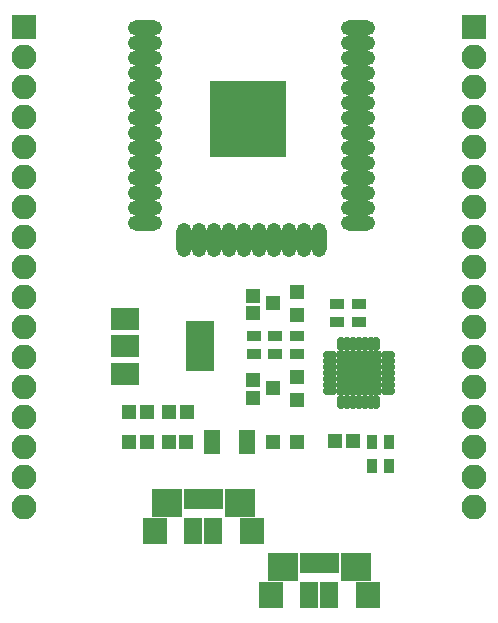
<source format=gts>
G04 #@! TF.FileFunction,Soldermask,Top*
%FSLAX46Y46*%
G04 Gerber Fmt 4.6, Leading zero omitted, Abs format (unit mm)*
G04 Created by KiCad (PCBNEW 4.0.6-e0-6349~52~ubuntu16.10.1) date Sun Mar 19 23:18:16 2017*
%MOMM*%
%LPD*%
G01*
G04 APERTURE LIST*
%ADD10C,0.100000*%
%ADD11R,0.800000X1.750000*%
%ADD12R,2.500000X2.400000*%
%ADD13R,2.000000X2.300000*%
%ADD14R,1.600000X2.300000*%
%ADD15O,2.900000X1.300000*%
%ADD16O,1.300000X2.900000*%
%ADD17R,6.400000X6.400000*%
%ADD18R,1.200000X1.150000*%
%ADD19R,1.300000X1.200000*%
%ADD20R,1.300000X0.900000*%
%ADD21R,0.900000X1.300000*%
%ADD22R,1.200000X1.300000*%
%ADD23R,2.100000X2.100000*%
%ADD24O,2.100000X2.100000*%
%ADD25R,1.150000X1.200000*%
%ADD26R,1.400000X2.000000*%
%ADD27O,1.250000X0.700000*%
%ADD28O,0.700000X1.250000*%
%ADD29R,2.075000X2.075000*%
%ADD30R,2.400000X4.200000*%
%ADD31R,2.400000X1.900000*%
G04 APERTURE END LIST*
D10*
D11*
X168863800Y-111140200D03*
X168213800Y-111140200D03*
X167563800Y-111140200D03*
X166913800Y-111140200D03*
X166263800Y-111140200D03*
D12*
X170663800Y-111465200D03*
X164463800Y-111465200D03*
D13*
X163463800Y-113815200D03*
D14*
X166713800Y-113815200D03*
X168413800Y-113815200D03*
D13*
X171663800Y-113815200D03*
D15*
X180627800Y-71204000D03*
X180627800Y-72474000D03*
X180627800Y-73744000D03*
X180627800Y-75014000D03*
X180627800Y-76284000D03*
X180627800Y-77554000D03*
X180627800Y-78824000D03*
X180627800Y-80094000D03*
X180627800Y-81364000D03*
X180627800Y-82634000D03*
X180627800Y-83904000D03*
X180627800Y-85174000D03*
X180627800Y-86444000D03*
X180627800Y-87714000D03*
D16*
X177342800Y-89204000D03*
X176072800Y-89204000D03*
X174802800Y-89204000D03*
X173532800Y-89204000D03*
X172262800Y-89204000D03*
X170992800Y-89204000D03*
X169722800Y-89204000D03*
X168452800Y-89204000D03*
X167182800Y-89204000D03*
X165912800Y-89204000D03*
D15*
X162627800Y-87714000D03*
X162627800Y-86444000D03*
X162627800Y-85174000D03*
X162627800Y-83904000D03*
X162627800Y-82634000D03*
X162627800Y-81364000D03*
X162627800Y-80094000D03*
X162627800Y-78824000D03*
X162627800Y-77554000D03*
X162627800Y-76284000D03*
X162627800Y-75014000D03*
X162627800Y-73744000D03*
X162627800Y-72474000D03*
X162627800Y-71204000D03*
D17*
X171327800Y-78904000D03*
D18*
X166129400Y-106273600D03*
X164629400Y-106273600D03*
X166180200Y-103733600D03*
X164680200Y-103733600D03*
X162751200Y-106273600D03*
X161251200Y-106273600D03*
X162751200Y-103733600D03*
X161251200Y-103733600D03*
X180201000Y-106222800D03*
X178701000Y-106222800D03*
D19*
X175472600Y-102702400D03*
X175472600Y-100802400D03*
X173472600Y-101752400D03*
X175472600Y-95488800D03*
X175472600Y-93588800D03*
X173472600Y-94538800D03*
D20*
X178892200Y-94601600D03*
X178892200Y-96101600D03*
X180771800Y-94601600D03*
X180771800Y-96101600D03*
D21*
X183299800Y-108305600D03*
X181799800Y-108305600D03*
D20*
X173659800Y-98844800D03*
X173659800Y-97344800D03*
D21*
X183299800Y-106273600D03*
X181799800Y-106273600D03*
D11*
X178668200Y-116525000D03*
X178018200Y-116525000D03*
X177368200Y-116525000D03*
X176718200Y-116525000D03*
X176068200Y-116525000D03*
D12*
X180468200Y-116850000D03*
X174268200Y-116850000D03*
D13*
X173268200Y-119200000D03*
D14*
X176518200Y-119200000D03*
X178218200Y-119200000D03*
D13*
X181468200Y-119200000D03*
D22*
X173422600Y-106324400D03*
X175522600Y-106324400D03*
D23*
X152400000Y-71120000D03*
D24*
X152400000Y-73660000D03*
X152400000Y-76200000D03*
X152400000Y-78740000D03*
X152400000Y-81280000D03*
X152400000Y-83820000D03*
X152400000Y-86360000D03*
X152400000Y-88900000D03*
X152400000Y-91440000D03*
X152400000Y-93980000D03*
X152400000Y-96520000D03*
X152400000Y-99060000D03*
X152400000Y-101600000D03*
X152400000Y-104140000D03*
X152400000Y-106680000D03*
X152400000Y-109220000D03*
X152400000Y-111760000D03*
D25*
X171780200Y-102553200D03*
X171780200Y-101053200D03*
X171780200Y-93890400D03*
X171780200Y-95390400D03*
D26*
X168299000Y-106273600D03*
X171299000Y-106273600D03*
D20*
X175488600Y-97344800D03*
X175488600Y-98844800D03*
X171831000Y-98844800D03*
X171831000Y-97344800D03*
D27*
X178271000Y-98931600D03*
X178271000Y-99431600D03*
X178271000Y-99931600D03*
X178271000Y-100431600D03*
X178271000Y-100931600D03*
X178271000Y-101431600D03*
X178271000Y-101931600D03*
D28*
X179221000Y-102881600D03*
X179721000Y-102881600D03*
X180221000Y-102881600D03*
X180721000Y-102881600D03*
X181221000Y-102881600D03*
X181721000Y-102881600D03*
X182221000Y-102881600D03*
D27*
X183171000Y-101931600D03*
X183171000Y-101431600D03*
X183171000Y-100931600D03*
X183171000Y-100431600D03*
X183171000Y-99931600D03*
X183171000Y-99431600D03*
X183171000Y-98931600D03*
D28*
X182221000Y-97981600D03*
X181721000Y-97981600D03*
X181221000Y-97981600D03*
X180721000Y-97981600D03*
X180221000Y-97981600D03*
X179721000Y-97981600D03*
X179221000Y-97981600D03*
D29*
X181558500Y-101269100D03*
X181558500Y-99594100D03*
X179883500Y-101269100D03*
X179883500Y-99594100D03*
D30*
X167259400Y-98196400D03*
D31*
X160959400Y-98196400D03*
X160959400Y-100496400D03*
X160959400Y-95896400D03*
D23*
X190474600Y-71120000D03*
D24*
X190474600Y-73660000D03*
X190474600Y-76200000D03*
X190474600Y-78740000D03*
X190474600Y-81280000D03*
X190474600Y-83820000D03*
X190474600Y-86360000D03*
X190474600Y-88900000D03*
X190474600Y-91440000D03*
X190474600Y-93980000D03*
X190474600Y-96520000D03*
X190474600Y-99060000D03*
X190474600Y-101600000D03*
X190474600Y-104140000D03*
X190474600Y-106680000D03*
X190474600Y-109220000D03*
X190474600Y-111760000D03*
M02*

</source>
